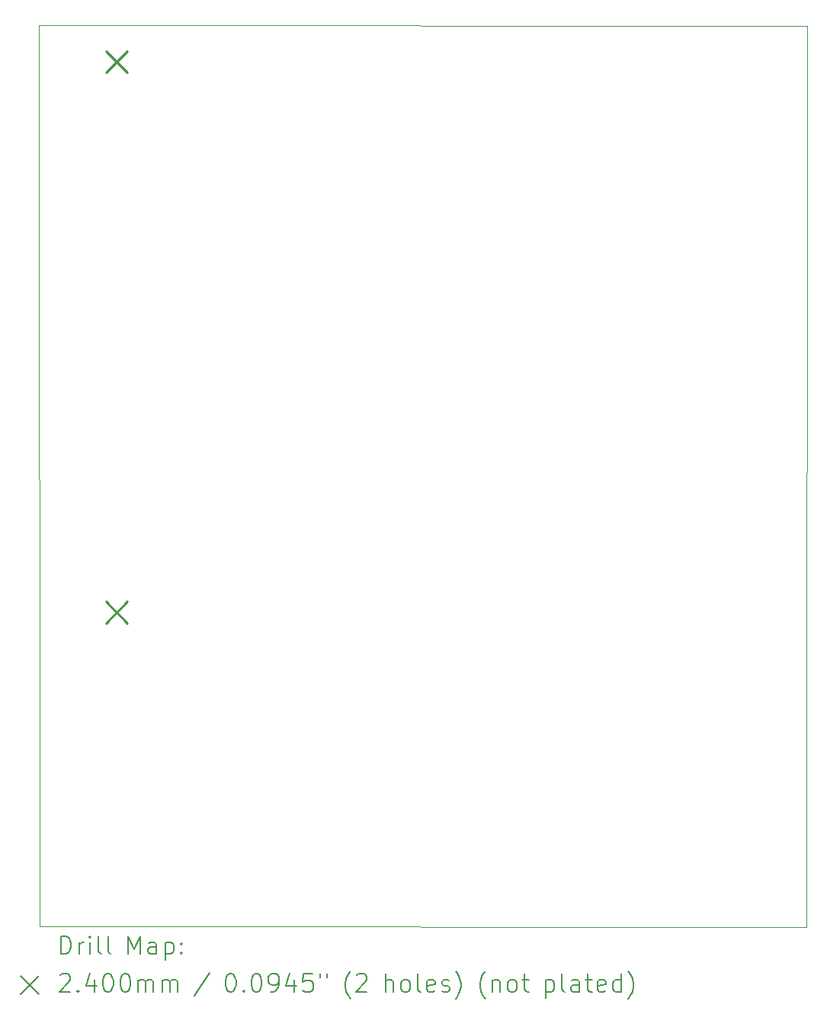
<source format=gbr>
%TF.GenerationSoftware,KiCad,Pcbnew,7.99.0-unknown-9f10c142c4~166~ubuntu22.04.1*%
%TF.CreationDate,2023-02-17T16:36:39+01:00*%
%TF.ProjectId,int_out,696e745f-6f75-4742-9e6b-696361645f70,rev?*%
%TF.SameCoordinates,Original*%
%TF.FileFunction,Drillmap*%
%TF.FilePolarity,Positive*%
%FSLAX45Y45*%
G04 Gerber Fmt 4.5, Leading zero omitted, Abs format (unit mm)*
G04 Created by KiCad (PCBNEW 7.99.0-unknown-9f10c142c4~166~ubuntu22.04.1) date 2023-02-17 16:36:39*
%MOMM*%
%LPD*%
G01*
G04 APERTURE LIST*
%ADD10C,0.100000*%
%ADD11C,0.200000*%
%ADD12C,0.240000*%
G04 APERTURE END LIST*
D10*
X15565000Y-13972500D02*
X7042500Y-13962500D01*
X15570000Y-3977500D02*
X15565000Y-13972500D01*
X7037500Y-3962500D02*
X15570000Y-3977500D01*
X7042500Y-13962500D02*
X7037500Y-3962500D01*
D11*
D12*
X7779250Y-4250000D02*
X8019250Y-4490000D01*
X8019250Y-4250000D02*
X7779250Y-4490000D01*
X7779250Y-10360000D02*
X8019250Y-10600000D01*
X8019250Y-10360000D02*
X7779250Y-10600000D01*
D11*
X7280119Y-14270976D02*
X7280119Y-14070976D01*
X7280119Y-14070976D02*
X7327738Y-14070976D01*
X7327738Y-14070976D02*
X7356309Y-14080500D01*
X7356309Y-14080500D02*
X7375357Y-14099548D01*
X7375357Y-14099548D02*
X7384881Y-14118595D01*
X7384881Y-14118595D02*
X7394405Y-14156690D01*
X7394405Y-14156690D02*
X7394405Y-14185262D01*
X7394405Y-14185262D02*
X7384881Y-14223357D01*
X7384881Y-14223357D02*
X7375357Y-14242405D01*
X7375357Y-14242405D02*
X7356309Y-14261452D01*
X7356309Y-14261452D02*
X7327738Y-14270976D01*
X7327738Y-14270976D02*
X7280119Y-14270976D01*
X7480119Y-14270976D02*
X7480119Y-14137643D01*
X7480119Y-14175738D02*
X7489643Y-14156690D01*
X7489643Y-14156690D02*
X7499167Y-14147167D01*
X7499167Y-14147167D02*
X7518214Y-14137643D01*
X7518214Y-14137643D02*
X7537262Y-14137643D01*
X7603928Y-14270976D02*
X7603928Y-14137643D01*
X7603928Y-14070976D02*
X7594405Y-14080500D01*
X7594405Y-14080500D02*
X7603928Y-14090024D01*
X7603928Y-14090024D02*
X7613452Y-14080500D01*
X7613452Y-14080500D02*
X7603928Y-14070976D01*
X7603928Y-14070976D02*
X7603928Y-14090024D01*
X7727738Y-14270976D02*
X7708690Y-14261452D01*
X7708690Y-14261452D02*
X7699167Y-14242405D01*
X7699167Y-14242405D02*
X7699167Y-14070976D01*
X7832500Y-14270976D02*
X7813452Y-14261452D01*
X7813452Y-14261452D02*
X7803928Y-14242405D01*
X7803928Y-14242405D02*
X7803928Y-14070976D01*
X8028690Y-14270976D02*
X8028690Y-14070976D01*
X8028690Y-14070976D02*
X8095357Y-14213833D01*
X8095357Y-14213833D02*
X8162024Y-14070976D01*
X8162024Y-14070976D02*
X8162024Y-14270976D01*
X8342976Y-14270976D02*
X8342976Y-14166214D01*
X8342976Y-14166214D02*
X8333452Y-14147167D01*
X8333452Y-14147167D02*
X8314405Y-14137643D01*
X8314405Y-14137643D02*
X8276309Y-14137643D01*
X8276309Y-14137643D02*
X8257262Y-14147167D01*
X8342976Y-14261452D02*
X8323928Y-14270976D01*
X8323928Y-14270976D02*
X8276309Y-14270976D01*
X8276309Y-14270976D02*
X8257262Y-14261452D01*
X8257262Y-14261452D02*
X8247738Y-14242405D01*
X8247738Y-14242405D02*
X8247738Y-14223357D01*
X8247738Y-14223357D02*
X8257262Y-14204309D01*
X8257262Y-14204309D02*
X8276309Y-14194786D01*
X8276309Y-14194786D02*
X8323928Y-14194786D01*
X8323928Y-14194786D02*
X8342976Y-14185262D01*
X8438214Y-14137643D02*
X8438214Y-14337643D01*
X8438214Y-14147167D02*
X8457262Y-14137643D01*
X8457262Y-14137643D02*
X8495357Y-14137643D01*
X8495357Y-14137643D02*
X8514405Y-14147167D01*
X8514405Y-14147167D02*
X8523929Y-14156690D01*
X8523929Y-14156690D02*
X8533452Y-14175738D01*
X8533452Y-14175738D02*
X8533452Y-14232881D01*
X8533452Y-14232881D02*
X8523929Y-14251928D01*
X8523929Y-14251928D02*
X8514405Y-14261452D01*
X8514405Y-14261452D02*
X8495357Y-14270976D01*
X8495357Y-14270976D02*
X8457262Y-14270976D01*
X8457262Y-14270976D02*
X8438214Y-14261452D01*
X8619167Y-14251928D02*
X8628690Y-14261452D01*
X8628690Y-14261452D02*
X8619167Y-14270976D01*
X8619167Y-14270976D02*
X8609643Y-14261452D01*
X8609643Y-14261452D02*
X8619167Y-14251928D01*
X8619167Y-14251928D02*
X8619167Y-14270976D01*
X8619167Y-14147167D02*
X8628690Y-14156690D01*
X8628690Y-14156690D02*
X8619167Y-14166214D01*
X8619167Y-14166214D02*
X8609643Y-14156690D01*
X8609643Y-14156690D02*
X8619167Y-14147167D01*
X8619167Y-14147167D02*
X8619167Y-14166214D01*
X6832500Y-14517500D02*
X7032500Y-14717500D01*
X7032500Y-14517500D02*
X6832500Y-14717500D01*
X7270595Y-14510024D02*
X7280119Y-14500500D01*
X7280119Y-14500500D02*
X7299167Y-14490976D01*
X7299167Y-14490976D02*
X7346786Y-14490976D01*
X7346786Y-14490976D02*
X7365833Y-14500500D01*
X7365833Y-14500500D02*
X7375357Y-14510024D01*
X7375357Y-14510024D02*
X7384881Y-14529071D01*
X7384881Y-14529071D02*
X7384881Y-14548119D01*
X7384881Y-14548119D02*
X7375357Y-14576690D01*
X7375357Y-14576690D02*
X7261071Y-14690976D01*
X7261071Y-14690976D02*
X7384881Y-14690976D01*
X7470595Y-14671928D02*
X7480119Y-14681452D01*
X7480119Y-14681452D02*
X7470595Y-14690976D01*
X7470595Y-14690976D02*
X7461071Y-14681452D01*
X7461071Y-14681452D02*
X7470595Y-14671928D01*
X7470595Y-14671928D02*
X7470595Y-14690976D01*
X7651548Y-14557643D02*
X7651548Y-14690976D01*
X7603928Y-14481452D02*
X7556309Y-14624309D01*
X7556309Y-14624309D02*
X7680119Y-14624309D01*
X7794405Y-14490976D02*
X7813452Y-14490976D01*
X7813452Y-14490976D02*
X7832500Y-14500500D01*
X7832500Y-14500500D02*
X7842024Y-14510024D01*
X7842024Y-14510024D02*
X7851548Y-14529071D01*
X7851548Y-14529071D02*
X7861071Y-14567167D01*
X7861071Y-14567167D02*
X7861071Y-14614786D01*
X7861071Y-14614786D02*
X7851548Y-14652881D01*
X7851548Y-14652881D02*
X7842024Y-14671928D01*
X7842024Y-14671928D02*
X7832500Y-14681452D01*
X7832500Y-14681452D02*
X7813452Y-14690976D01*
X7813452Y-14690976D02*
X7794405Y-14690976D01*
X7794405Y-14690976D02*
X7775357Y-14681452D01*
X7775357Y-14681452D02*
X7765833Y-14671928D01*
X7765833Y-14671928D02*
X7756309Y-14652881D01*
X7756309Y-14652881D02*
X7746786Y-14614786D01*
X7746786Y-14614786D02*
X7746786Y-14567167D01*
X7746786Y-14567167D02*
X7756309Y-14529071D01*
X7756309Y-14529071D02*
X7765833Y-14510024D01*
X7765833Y-14510024D02*
X7775357Y-14500500D01*
X7775357Y-14500500D02*
X7794405Y-14490976D01*
X7984881Y-14490976D02*
X8003929Y-14490976D01*
X8003929Y-14490976D02*
X8022976Y-14500500D01*
X8022976Y-14500500D02*
X8032500Y-14510024D01*
X8032500Y-14510024D02*
X8042024Y-14529071D01*
X8042024Y-14529071D02*
X8051548Y-14567167D01*
X8051548Y-14567167D02*
X8051548Y-14614786D01*
X8051548Y-14614786D02*
X8042024Y-14652881D01*
X8042024Y-14652881D02*
X8032500Y-14671928D01*
X8032500Y-14671928D02*
X8022976Y-14681452D01*
X8022976Y-14681452D02*
X8003929Y-14690976D01*
X8003929Y-14690976D02*
X7984881Y-14690976D01*
X7984881Y-14690976D02*
X7965833Y-14681452D01*
X7965833Y-14681452D02*
X7956309Y-14671928D01*
X7956309Y-14671928D02*
X7946786Y-14652881D01*
X7946786Y-14652881D02*
X7937262Y-14614786D01*
X7937262Y-14614786D02*
X7937262Y-14567167D01*
X7937262Y-14567167D02*
X7946786Y-14529071D01*
X7946786Y-14529071D02*
X7956309Y-14510024D01*
X7956309Y-14510024D02*
X7965833Y-14500500D01*
X7965833Y-14500500D02*
X7984881Y-14490976D01*
X8137262Y-14690976D02*
X8137262Y-14557643D01*
X8137262Y-14576690D02*
X8146786Y-14567167D01*
X8146786Y-14567167D02*
X8165833Y-14557643D01*
X8165833Y-14557643D02*
X8194405Y-14557643D01*
X8194405Y-14557643D02*
X8213452Y-14567167D01*
X8213452Y-14567167D02*
X8222976Y-14586214D01*
X8222976Y-14586214D02*
X8222976Y-14690976D01*
X8222976Y-14586214D02*
X8232500Y-14567167D01*
X8232500Y-14567167D02*
X8251548Y-14557643D01*
X8251548Y-14557643D02*
X8280119Y-14557643D01*
X8280119Y-14557643D02*
X8299167Y-14567167D01*
X8299167Y-14567167D02*
X8308690Y-14586214D01*
X8308690Y-14586214D02*
X8308690Y-14690976D01*
X8403929Y-14690976D02*
X8403929Y-14557643D01*
X8403929Y-14576690D02*
X8413452Y-14567167D01*
X8413452Y-14567167D02*
X8432500Y-14557643D01*
X8432500Y-14557643D02*
X8461072Y-14557643D01*
X8461072Y-14557643D02*
X8480119Y-14567167D01*
X8480119Y-14567167D02*
X8489643Y-14586214D01*
X8489643Y-14586214D02*
X8489643Y-14690976D01*
X8489643Y-14586214D02*
X8499167Y-14567167D01*
X8499167Y-14567167D02*
X8518214Y-14557643D01*
X8518214Y-14557643D02*
X8546786Y-14557643D01*
X8546786Y-14557643D02*
X8565833Y-14567167D01*
X8565833Y-14567167D02*
X8575357Y-14586214D01*
X8575357Y-14586214D02*
X8575357Y-14690976D01*
X8933452Y-14481452D02*
X8762024Y-14738595D01*
X9158214Y-14490976D02*
X9177262Y-14490976D01*
X9177262Y-14490976D02*
X9196310Y-14500500D01*
X9196310Y-14500500D02*
X9205833Y-14510024D01*
X9205833Y-14510024D02*
X9215357Y-14529071D01*
X9215357Y-14529071D02*
X9224881Y-14567167D01*
X9224881Y-14567167D02*
X9224881Y-14614786D01*
X9224881Y-14614786D02*
X9215357Y-14652881D01*
X9215357Y-14652881D02*
X9205833Y-14671928D01*
X9205833Y-14671928D02*
X9196310Y-14681452D01*
X9196310Y-14681452D02*
X9177262Y-14690976D01*
X9177262Y-14690976D02*
X9158214Y-14690976D01*
X9158214Y-14690976D02*
X9139167Y-14681452D01*
X9139167Y-14681452D02*
X9129643Y-14671928D01*
X9129643Y-14671928D02*
X9120119Y-14652881D01*
X9120119Y-14652881D02*
X9110595Y-14614786D01*
X9110595Y-14614786D02*
X9110595Y-14567167D01*
X9110595Y-14567167D02*
X9120119Y-14529071D01*
X9120119Y-14529071D02*
X9129643Y-14510024D01*
X9129643Y-14510024D02*
X9139167Y-14500500D01*
X9139167Y-14500500D02*
X9158214Y-14490976D01*
X9310595Y-14671928D02*
X9320119Y-14681452D01*
X9320119Y-14681452D02*
X9310595Y-14690976D01*
X9310595Y-14690976D02*
X9301072Y-14681452D01*
X9301072Y-14681452D02*
X9310595Y-14671928D01*
X9310595Y-14671928D02*
X9310595Y-14690976D01*
X9443929Y-14490976D02*
X9462976Y-14490976D01*
X9462976Y-14490976D02*
X9482024Y-14500500D01*
X9482024Y-14500500D02*
X9491548Y-14510024D01*
X9491548Y-14510024D02*
X9501072Y-14529071D01*
X9501072Y-14529071D02*
X9510595Y-14567167D01*
X9510595Y-14567167D02*
X9510595Y-14614786D01*
X9510595Y-14614786D02*
X9501072Y-14652881D01*
X9501072Y-14652881D02*
X9491548Y-14671928D01*
X9491548Y-14671928D02*
X9482024Y-14681452D01*
X9482024Y-14681452D02*
X9462976Y-14690976D01*
X9462976Y-14690976D02*
X9443929Y-14690976D01*
X9443929Y-14690976D02*
X9424881Y-14681452D01*
X9424881Y-14681452D02*
X9415357Y-14671928D01*
X9415357Y-14671928D02*
X9405833Y-14652881D01*
X9405833Y-14652881D02*
X9396310Y-14614786D01*
X9396310Y-14614786D02*
X9396310Y-14567167D01*
X9396310Y-14567167D02*
X9405833Y-14529071D01*
X9405833Y-14529071D02*
X9415357Y-14510024D01*
X9415357Y-14510024D02*
X9424881Y-14500500D01*
X9424881Y-14500500D02*
X9443929Y-14490976D01*
X9605833Y-14690976D02*
X9643929Y-14690976D01*
X9643929Y-14690976D02*
X9662976Y-14681452D01*
X9662976Y-14681452D02*
X9672500Y-14671928D01*
X9672500Y-14671928D02*
X9691548Y-14643357D01*
X9691548Y-14643357D02*
X9701072Y-14605262D01*
X9701072Y-14605262D02*
X9701072Y-14529071D01*
X9701072Y-14529071D02*
X9691548Y-14510024D01*
X9691548Y-14510024D02*
X9682024Y-14500500D01*
X9682024Y-14500500D02*
X9662976Y-14490976D01*
X9662976Y-14490976D02*
X9624881Y-14490976D01*
X9624881Y-14490976D02*
X9605833Y-14500500D01*
X9605833Y-14500500D02*
X9596310Y-14510024D01*
X9596310Y-14510024D02*
X9586786Y-14529071D01*
X9586786Y-14529071D02*
X9586786Y-14576690D01*
X9586786Y-14576690D02*
X9596310Y-14595738D01*
X9596310Y-14595738D02*
X9605833Y-14605262D01*
X9605833Y-14605262D02*
X9624881Y-14614786D01*
X9624881Y-14614786D02*
X9662976Y-14614786D01*
X9662976Y-14614786D02*
X9682024Y-14605262D01*
X9682024Y-14605262D02*
X9691548Y-14595738D01*
X9691548Y-14595738D02*
X9701072Y-14576690D01*
X9872500Y-14557643D02*
X9872500Y-14690976D01*
X9824881Y-14481452D02*
X9777262Y-14624309D01*
X9777262Y-14624309D02*
X9901072Y-14624309D01*
X10072500Y-14490976D02*
X9977262Y-14490976D01*
X9977262Y-14490976D02*
X9967738Y-14586214D01*
X9967738Y-14586214D02*
X9977262Y-14576690D01*
X9977262Y-14576690D02*
X9996310Y-14567167D01*
X9996310Y-14567167D02*
X10043929Y-14567167D01*
X10043929Y-14567167D02*
X10062976Y-14576690D01*
X10062976Y-14576690D02*
X10072500Y-14586214D01*
X10072500Y-14586214D02*
X10082024Y-14605262D01*
X10082024Y-14605262D02*
X10082024Y-14652881D01*
X10082024Y-14652881D02*
X10072500Y-14671928D01*
X10072500Y-14671928D02*
X10062976Y-14681452D01*
X10062976Y-14681452D02*
X10043929Y-14690976D01*
X10043929Y-14690976D02*
X9996310Y-14690976D01*
X9996310Y-14690976D02*
X9977262Y-14681452D01*
X9977262Y-14681452D02*
X9967738Y-14671928D01*
X10158214Y-14490976D02*
X10158214Y-14529071D01*
X10234405Y-14490976D02*
X10234405Y-14529071D01*
X10497262Y-14767167D02*
X10487738Y-14757643D01*
X10487738Y-14757643D02*
X10468691Y-14729071D01*
X10468691Y-14729071D02*
X10459167Y-14710024D01*
X10459167Y-14710024D02*
X10449643Y-14681452D01*
X10449643Y-14681452D02*
X10440119Y-14633833D01*
X10440119Y-14633833D02*
X10440119Y-14595738D01*
X10440119Y-14595738D02*
X10449643Y-14548119D01*
X10449643Y-14548119D02*
X10459167Y-14519548D01*
X10459167Y-14519548D02*
X10468691Y-14500500D01*
X10468691Y-14500500D02*
X10487738Y-14471928D01*
X10487738Y-14471928D02*
X10497262Y-14462405D01*
X10563929Y-14510024D02*
X10573453Y-14500500D01*
X10573453Y-14500500D02*
X10592500Y-14490976D01*
X10592500Y-14490976D02*
X10640119Y-14490976D01*
X10640119Y-14490976D02*
X10659167Y-14500500D01*
X10659167Y-14500500D02*
X10668691Y-14510024D01*
X10668691Y-14510024D02*
X10678214Y-14529071D01*
X10678214Y-14529071D02*
X10678214Y-14548119D01*
X10678214Y-14548119D02*
X10668691Y-14576690D01*
X10668691Y-14576690D02*
X10554405Y-14690976D01*
X10554405Y-14690976D02*
X10678214Y-14690976D01*
X10883929Y-14690976D02*
X10883929Y-14490976D01*
X10969643Y-14690976D02*
X10969643Y-14586214D01*
X10969643Y-14586214D02*
X10960119Y-14567167D01*
X10960119Y-14567167D02*
X10941072Y-14557643D01*
X10941072Y-14557643D02*
X10912500Y-14557643D01*
X10912500Y-14557643D02*
X10893453Y-14567167D01*
X10893453Y-14567167D02*
X10883929Y-14576690D01*
X11093453Y-14690976D02*
X11074405Y-14681452D01*
X11074405Y-14681452D02*
X11064881Y-14671928D01*
X11064881Y-14671928D02*
X11055357Y-14652881D01*
X11055357Y-14652881D02*
X11055357Y-14595738D01*
X11055357Y-14595738D02*
X11064881Y-14576690D01*
X11064881Y-14576690D02*
X11074405Y-14567167D01*
X11074405Y-14567167D02*
X11093453Y-14557643D01*
X11093453Y-14557643D02*
X11122024Y-14557643D01*
X11122024Y-14557643D02*
X11141072Y-14567167D01*
X11141072Y-14567167D02*
X11150595Y-14576690D01*
X11150595Y-14576690D02*
X11160119Y-14595738D01*
X11160119Y-14595738D02*
X11160119Y-14652881D01*
X11160119Y-14652881D02*
X11150595Y-14671928D01*
X11150595Y-14671928D02*
X11141072Y-14681452D01*
X11141072Y-14681452D02*
X11122024Y-14690976D01*
X11122024Y-14690976D02*
X11093453Y-14690976D01*
X11274405Y-14690976D02*
X11255357Y-14681452D01*
X11255357Y-14681452D02*
X11245833Y-14662405D01*
X11245833Y-14662405D02*
X11245833Y-14490976D01*
X11426786Y-14681452D02*
X11407738Y-14690976D01*
X11407738Y-14690976D02*
X11369643Y-14690976D01*
X11369643Y-14690976D02*
X11350595Y-14681452D01*
X11350595Y-14681452D02*
X11341072Y-14662405D01*
X11341072Y-14662405D02*
X11341072Y-14586214D01*
X11341072Y-14586214D02*
X11350595Y-14567167D01*
X11350595Y-14567167D02*
X11369643Y-14557643D01*
X11369643Y-14557643D02*
X11407738Y-14557643D01*
X11407738Y-14557643D02*
X11426786Y-14567167D01*
X11426786Y-14567167D02*
X11436310Y-14586214D01*
X11436310Y-14586214D02*
X11436310Y-14605262D01*
X11436310Y-14605262D02*
X11341072Y-14624309D01*
X11512500Y-14681452D02*
X11531548Y-14690976D01*
X11531548Y-14690976D02*
X11569643Y-14690976D01*
X11569643Y-14690976D02*
X11588691Y-14681452D01*
X11588691Y-14681452D02*
X11598214Y-14662405D01*
X11598214Y-14662405D02*
X11598214Y-14652881D01*
X11598214Y-14652881D02*
X11588691Y-14633833D01*
X11588691Y-14633833D02*
X11569643Y-14624309D01*
X11569643Y-14624309D02*
X11541072Y-14624309D01*
X11541072Y-14624309D02*
X11522024Y-14614786D01*
X11522024Y-14614786D02*
X11512500Y-14595738D01*
X11512500Y-14595738D02*
X11512500Y-14586214D01*
X11512500Y-14586214D02*
X11522024Y-14567167D01*
X11522024Y-14567167D02*
X11541072Y-14557643D01*
X11541072Y-14557643D02*
X11569643Y-14557643D01*
X11569643Y-14557643D02*
X11588691Y-14567167D01*
X11664881Y-14767167D02*
X11674405Y-14757643D01*
X11674405Y-14757643D02*
X11693453Y-14729071D01*
X11693453Y-14729071D02*
X11702976Y-14710024D01*
X11702976Y-14710024D02*
X11712500Y-14681452D01*
X11712500Y-14681452D02*
X11722024Y-14633833D01*
X11722024Y-14633833D02*
X11722024Y-14595738D01*
X11722024Y-14595738D02*
X11712500Y-14548119D01*
X11712500Y-14548119D02*
X11702976Y-14519548D01*
X11702976Y-14519548D02*
X11693453Y-14500500D01*
X11693453Y-14500500D02*
X11674405Y-14471928D01*
X11674405Y-14471928D02*
X11664881Y-14462405D01*
X11994405Y-14767167D02*
X11984881Y-14757643D01*
X11984881Y-14757643D02*
X11965833Y-14729071D01*
X11965833Y-14729071D02*
X11956310Y-14710024D01*
X11956310Y-14710024D02*
X11946786Y-14681452D01*
X11946786Y-14681452D02*
X11937262Y-14633833D01*
X11937262Y-14633833D02*
X11937262Y-14595738D01*
X11937262Y-14595738D02*
X11946786Y-14548119D01*
X11946786Y-14548119D02*
X11956310Y-14519548D01*
X11956310Y-14519548D02*
X11965833Y-14500500D01*
X11965833Y-14500500D02*
X11984881Y-14471928D01*
X11984881Y-14471928D02*
X11994405Y-14462405D01*
X12070595Y-14557643D02*
X12070595Y-14690976D01*
X12070595Y-14576690D02*
X12080119Y-14567167D01*
X12080119Y-14567167D02*
X12099167Y-14557643D01*
X12099167Y-14557643D02*
X12127738Y-14557643D01*
X12127738Y-14557643D02*
X12146786Y-14567167D01*
X12146786Y-14567167D02*
X12156310Y-14586214D01*
X12156310Y-14586214D02*
X12156310Y-14690976D01*
X12280119Y-14690976D02*
X12261072Y-14681452D01*
X12261072Y-14681452D02*
X12251548Y-14671928D01*
X12251548Y-14671928D02*
X12242024Y-14652881D01*
X12242024Y-14652881D02*
X12242024Y-14595738D01*
X12242024Y-14595738D02*
X12251548Y-14576690D01*
X12251548Y-14576690D02*
X12261072Y-14567167D01*
X12261072Y-14567167D02*
X12280119Y-14557643D01*
X12280119Y-14557643D02*
X12308691Y-14557643D01*
X12308691Y-14557643D02*
X12327738Y-14567167D01*
X12327738Y-14567167D02*
X12337262Y-14576690D01*
X12337262Y-14576690D02*
X12346786Y-14595738D01*
X12346786Y-14595738D02*
X12346786Y-14652881D01*
X12346786Y-14652881D02*
X12337262Y-14671928D01*
X12337262Y-14671928D02*
X12327738Y-14681452D01*
X12327738Y-14681452D02*
X12308691Y-14690976D01*
X12308691Y-14690976D02*
X12280119Y-14690976D01*
X12403929Y-14557643D02*
X12480119Y-14557643D01*
X12432500Y-14490976D02*
X12432500Y-14662405D01*
X12432500Y-14662405D02*
X12442024Y-14681452D01*
X12442024Y-14681452D02*
X12461072Y-14690976D01*
X12461072Y-14690976D02*
X12480119Y-14690976D01*
X12666786Y-14557643D02*
X12666786Y-14757643D01*
X12666786Y-14567167D02*
X12685833Y-14557643D01*
X12685833Y-14557643D02*
X12723929Y-14557643D01*
X12723929Y-14557643D02*
X12742976Y-14567167D01*
X12742976Y-14567167D02*
X12752500Y-14576690D01*
X12752500Y-14576690D02*
X12762024Y-14595738D01*
X12762024Y-14595738D02*
X12762024Y-14652881D01*
X12762024Y-14652881D02*
X12752500Y-14671928D01*
X12752500Y-14671928D02*
X12742976Y-14681452D01*
X12742976Y-14681452D02*
X12723929Y-14690976D01*
X12723929Y-14690976D02*
X12685833Y-14690976D01*
X12685833Y-14690976D02*
X12666786Y-14681452D01*
X12876310Y-14690976D02*
X12857262Y-14681452D01*
X12857262Y-14681452D02*
X12847738Y-14662405D01*
X12847738Y-14662405D02*
X12847738Y-14490976D01*
X13038214Y-14690976D02*
X13038214Y-14586214D01*
X13038214Y-14586214D02*
X13028691Y-14567167D01*
X13028691Y-14567167D02*
X13009643Y-14557643D01*
X13009643Y-14557643D02*
X12971548Y-14557643D01*
X12971548Y-14557643D02*
X12952500Y-14567167D01*
X13038214Y-14681452D02*
X13019167Y-14690976D01*
X13019167Y-14690976D02*
X12971548Y-14690976D01*
X12971548Y-14690976D02*
X12952500Y-14681452D01*
X12952500Y-14681452D02*
X12942976Y-14662405D01*
X12942976Y-14662405D02*
X12942976Y-14643357D01*
X12942976Y-14643357D02*
X12952500Y-14624309D01*
X12952500Y-14624309D02*
X12971548Y-14614786D01*
X12971548Y-14614786D02*
X13019167Y-14614786D01*
X13019167Y-14614786D02*
X13038214Y-14605262D01*
X13104881Y-14557643D02*
X13181072Y-14557643D01*
X13133453Y-14490976D02*
X13133453Y-14662405D01*
X13133453Y-14662405D02*
X13142976Y-14681452D01*
X13142976Y-14681452D02*
X13162024Y-14690976D01*
X13162024Y-14690976D02*
X13181072Y-14690976D01*
X13323929Y-14681452D02*
X13304881Y-14690976D01*
X13304881Y-14690976D02*
X13266786Y-14690976D01*
X13266786Y-14690976D02*
X13247738Y-14681452D01*
X13247738Y-14681452D02*
X13238214Y-14662405D01*
X13238214Y-14662405D02*
X13238214Y-14586214D01*
X13238214Y-14586214D02*
X13247738Y-14567167D01*
X13247738Y-14567167D02*
X13266786Y-14557643D01*
X13266786Y-14557643D02*
X13304881Y-14557643D01*
X13304881Y-14557643D02*
X13323929Y-14567167D01*
X13323929Y-14567167D02*
X13333453Y-14586214D01*
X13333453Y-14586214D02*
X13333453Y-14605262D01*
X13333453Y-14605262D02*
X13238214Y-14624309D01*
X13504881Y-14690976D02*
X13504881Y-14490976D01*
X13504881Y-14681452D02*
X13485834Y-14690976D01*
X13485834Y-14690976D02*
X13447738Y-14690976D01*
X13447738Y-14690976D02*
X13428691Y-14681452D01*
X13428691Y-14681452D02*
X13419167Y-14671928D01*
X13419167Y-14671928D02*
X13409643Y-14652881D01*
X13409643Y-14652881D02*
X13409643Y-14595738D01*
X13409643Y-14595738D02*
X13419167Y-14576690D01*
X13419167Y-14576690D02*
X13428691Y-14567167D01*
X13428691Y-14567167D02*
X13447738Y-14557643D01*
X13447738Y-14557643D02*
X13485834Y-14557643D01*
X13485834Y-14557643D02*
X13504881Y-14567167D01*
X13581072Y-14767167D02*
X13590595Y-14757643D01*
X13590595Y-14757643D02*
X13609643Y-14729071D01*
X13609643Y-14729071D02*
X13619167Y-14710024D01*
X13619167Y-14710024D02*
X13628691Y-14681452D01*
X13628691Y-14681452D02*
X13638214Y-14633833D01*
X13638214Y-14633833D02*
X13638214Y-14595738D01*
X13638214Y-14595738D02*
X13628691Y-14548119D01*
X13628691Y-14548119D02*
X13619167Y-14519548D01*
X13619167Y-14519548D02*
X13609643Y-14500500D01*
X13609643Y-14500500D02*
X13590595Y-14471928D01*
X13590595Y-14471928D02*
X13581072Y-14462405D01*
M02*

</source>
